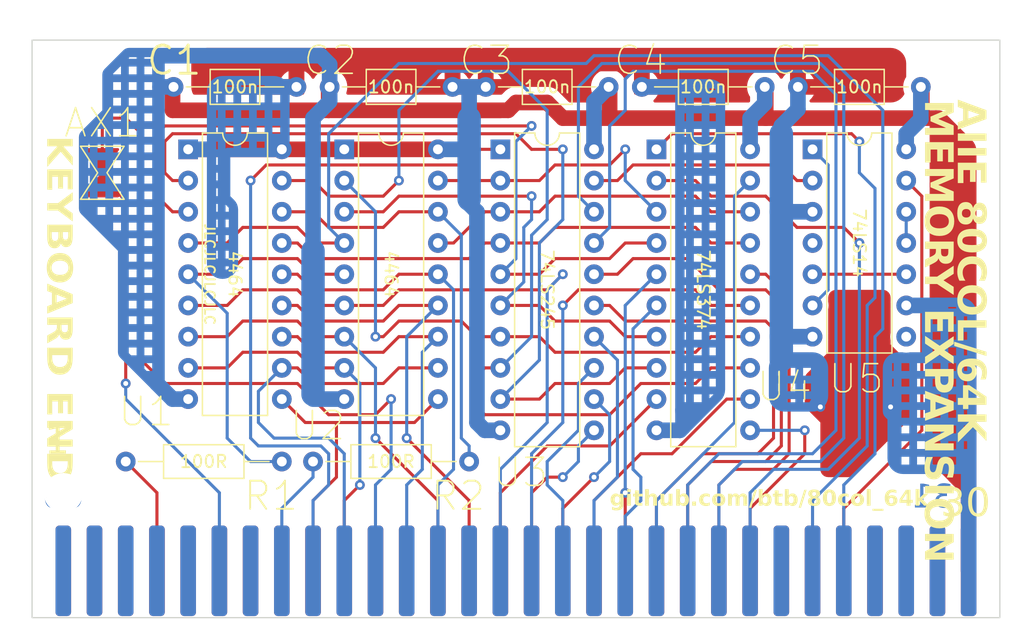
<source format=kicad_pcb>
(kicad_pcb (version 20221018) (generator pcbnew)
  (title_block (title "Apple IIe 80 column / 64k memory expansion") (date "2024-02-17") (rev "0") (company "Bradley Bell"))
  (layers (0 "F.Cu" signal) (31 "B.Cu" signal) (34 "B.Paste" user) (35 "F.Paste" user) (36 "B.SilkS" user "B.Silkscreen") (37 "F.SilkS" user "F.Silkscreen") (38 "B.Mask" user) (39 "F.Mask" user) (44 "Edge.Cuts" user))
  (net 0 "")
  (net 3 "VCC")
  (net 4 "GND")
  (net 29 "/~{RAS}")
  (net 30 "/~{CAS}")
  (net 31 "/RA0")
  (net 32 "/RA2")
  (net 33 "/RA3")
  (net 34 "/MD0")
  (net 35 "/~{FRCTXT}")
  (net 36 "/~{PRAS}")
  (net 37 "/Q3")
  (net 38 "/R{slash}~{W}")
  (net 40 "/RA7")
  (net 41 "/RA1")
  (net 42 "/RA4")
  (net 43 "/RA5")
  (net 44 "/VID7")
  (net 45 "/MD7")
  (net 46 "/MD6")
  (net 47 "/VID6")
  (net 48 "/VID5")
  (net 49 "/MD5")
  (net 50 "/MD4")
  (net 51 "/VID4")
  (net 52 "/PHI0")
  (net 53 "/~{EN80}")
  (net 54 "/R{slash}W80")
  (net 55 "/PHI1")
  (net 56 "/VID3")
  (net 57 "/MD3")
  (net 58 "/MD2")
  (net 59 "/VID2")
  (net 60 "/VID1")
  (net 61 "/MD1")
  (net 62 "/VID0")
  (net 63 "/RA6")
  (net 64 "/AN3")
  (net 65 "Net-(U3-CE)")
  (net 66 "Net-(U5-Pad1)")
  (net 67 "Net-(U5-Pad10)")
  (net 68 "Net-(U5-Pad11)")
  (net 69 "/BD7")
  (net 70 "/BD5")
  (net 71 "/BD4")
  (net 72 "/BD6")
  (net 73 "/BD0")
  (net 74 "/BD1")
  (net 75 "/BD2")
  (net 76 "/BD3")
  (footprint "Package_DIP:DIP-20_W7.62mm" (layer "F.Cu") (at 139.7 85.09)
    (fp_text reference "U3")
    (fp_text value "74LS245")
  )
  (footprint "MyPassives:R_Axial_DIN0207_L6.3mm_D2.5mm_P12.7mm_Horizontal" (layer "F.Cu") (at 109.22 110.49)
    (fp_text reference "R1")
    (fp_text value "100R")
  )
  (footprint "MyPassives:R_Axial_DIN0207_L6.3mm_D2.5mm_P12.7mm_Horizontal" (layer "F.Cu") (at 124.46 110.49)
    (fp_text reference "R2")
    (fp_text value "100R")
  )
  (footprint "Package_DIP:DIP-14_W7.62mm" (layer "F.Cu") (at 165.1 85.09)
    (fp_text reference "U5")
    (fp_text value "74LS14")
  )
  (footprint "Package_DIP:DIP-18_W7.62mm" (layer "F.Cu") (at 114.3 85.09)
    (fp_text reference "U1")
    (fp_text value "4464")
  )
  (footprint "MyPassives:SolderJumper-2_Bridged_Bowtie3.81x2.54.mm" (layer "F.Cu") (at 107.315 86.995 90)
    (fp_text reference "AX1")
    (fp_text value "Double HiRes")
  )
  (footprint "Capacitor_THT:C_Axial_L3.8mm_D2.6mm_P10.00mm_Horizontal" (layer "F.Cu") (at 173.91 80.01 180)
    (fp_text reference "C5")
    (fp_text value "100n")
  )
  (footprint "Package_DIP:DIP-18_W7.62mm" (layer "F.Cu") (at 127 85.09)
    (fp_text reference "U2")
    (fp_text value "4464")
  )
  (footprint "MountingHole:MountingHole_3.2mm_M3" (layer "F.Cu") (at 104.14 113.03)
    (fp_text reference "H3" hide)
    (fp_text value "MountingHole")
  )
  (footprint "Capacitor_THT:C_Axial_L3.8mm_D2.6mm_P10.00mm_Horizontal" (layer "F.Cu") (at 113.11 80.01)
    (fp_text reference "C1")
    (fp_text value "100n")
  )
  (footprint "MountingHole:MountingHole_3.2mm_M3" (layer "F.Cu") (at 177.165 78.74)
    (fp_text reference "H2" hide)
    (fp_text value "MountingHole")
  )
  (footprint "Capacitor_THT:C_Axial_L3.8mm_D2.6mm_P10.00mm_Horizontal" (layer "F.Cu") (at 125.81 80.01)
    (fp_text reference "C2")
    (fp_text value "100n")
  )
  (footprint "Capacitor_THT:C_Axial_L3.8mm_D2.6mm_P10.00mm_Horizontal" (layer "F.Cu") (at 161.21 80.01 180)
    (fp_text reference "C4")
    (fp_text value "100n")
  )
  (footprint "Capacitor_THT:C_Axial_L3.8mm_D2.6mm_P10.00mm_Horizontal" (layer "F.Cu") (at 148.51 80.01 180)
    (fp_text reference "C3")
    (fp_text value "100n")
  )
  (footprint "Package_DIP:DIP-20_W7.62mm" (layer "F.Cu") (at 152.4 85.09)
    (fp_text reference "U4")
    (fp_text value "74LS374")
  )
  (footprint "MyCardEdge:Apple IIe Auxiliary Edge Connector" (layer "F.Cu") (at 140.97 119.507)
    (fp_text reference "J1")
    (fp_text value "Conn_02x30_Counter_Clockwise" hide)
  )
  (footprint "MountingHole:MountingHole_3.2mm_M3" (layer "F.Cu") (at 104.14 78.74)
    (fp_text reference "H1")
    (fp_text value "MountingHole")
  )
  (gr_rect (start 101.6 76.2) (end 180.34 123.19) (stroke (width 0.1)) (fill none) (layer "Edge.Cuts"))
  (gr_text "github.com/btb/80col_64k" (at 148.59 114.3) (layer "F.SilkS") (effects (font (size 1.27 1.27) (thickness 0.3) bold) (justify left bottom)))
  (gr_text "MEMORY EXPANSION" (at 173.863 81.026 270) (layer "F.SilkS") (effects (font (size 2.286 2.286) (thickness 0.3) bold) (justify left bottom)))
  (gr_text "JLCJLCJLCJLC" (at 115.57 95.25 270) (layer "F.SilkS") (effects (font (size 0.8 0.8) (thickness 0.15) bold) (justify bottom)))
  (gr_text "AIIE 80COL/64K" (at 176.53 81.026 270) (layer "F.SilkS") (effects (font (size 2.286 2.286) (thickness 0.15) bold) (justify left bottom)))
  (gr_text "KEYBOARD END" (at 102.489 83.947 270) (layer "F.SilkS") (effects (font (size 2.032 2.286) (thickness 0.3) bold) (justify left bottom)))
  (segment (start 177.8 114.3) (end 177.8 112.776) (width 1.27) (layer "F.Cu") (net 3))
  (segment (start 148.59 82.55) (end 161.29 82.55) (width 1.27) (layer "F.Cu") (net 3))
  (segment (start 177.8 112.776) (end 176.657 111.633) (width 1.27) (layer "F.Cu") (net 3))
  (segment (start 148.59 82.55) (end 148.59 80.09) (width 1.27) (layer "F.Cu") (net 3))
  (segment (start 113.03 81.915) (end 125.73 81.915) (width 1.27) (layer "F.Cu") (net 3))
  (segment (start 125.73 81.915) (end 125.73 80.09) (width 1.27) (layer "F.Cu") (net 3))
  (segment (start 113.03 80.01) (end 113.03 81.915) (width 1.27) (layer "F.Cu") (net 3))
  (segment (start 144.78 82.55) (end 148.59 82.55) (width 1.27) (layer "F.Cu") (net 3))
  (segment (start 137.795 81.915) (end 139.7 81.915) (width 1.27) (layer "F.Cu") (net 3))
  (segment (start 113.11 80.01) (end 113.03 80.01) (width 1.27) (layer "F.Cu") (net 3))
  (segment (start 173.99 82.55) (end 173.99 80.09) (width 1.27) (layer "F.Cu") (net 3))
  (segment (start 173.99 80.09) (end 173.91 80.01) (width 1.27) (layer "F.Cu") (net 3))
  (segment (start 161.29 82.55) (end 173.99 82.55) (width 1.27) (layer "F.Cu") (net 3))
  (segment (start 140.97 81.28) (end 143.51 81.28) (width 1.27) (layer "F.Cu") (net 3))
  (segment (start 125.73 80.09) (end 125.81 80.01) (width 1.27) (layer "F.Cu") (net 3))
  (segment (start 161.29 82.55) (end 161.29 80.09) (width 1.27) (layer "F.Cu") (net 3))
  (segment (start 143.51 81.28) (end 144.78 82.55) (width 1.27) (layer "F.Cu") (net 3))
  (segment (start 125.73 81.915) (end 137.795 81.915) (width 1.27) (layer "F.Cu") (net 3))
  (segment (start 177.8 119.38) (end 177.8 114.3) (width 1.27) (layer "F.Cu") (net 3))
  (segment (start 161.29 80.09) (end 161.21 80.01) (width 1.27) (layer "F.Cu") (net 3))
  (segment (start 177.8 114.3) (end 177.8 111.76) (width 1.27) (layer "F.Cu") (net 3))
  (segment (start 137.795 81.915) (end 140.335 81.915) (width 1.27) (layer "F.Cu") (net 3))
  (segment (start 140.335 81.915) (end 140.97 81.28) (width 1.27) (layer "F.Cu") (net 3))
  (segment (start 148.59 80.09) (end 148.51 80.01) (width 1.27) (layer "F.Cu") (net 3))
  (segment (start 173.99 82.55) (end 175.387 82.55) (width 1.27) (layer "F.Cu") (net 3))
  (segment (start 173.91 80.01) (end 173.91 82.63) (width 1.27) (layer "B.Cu") (net 3))
  (segment (start 161.21 80.01) (end 161.21 81.36) (width 1.27) (layer "B.Cu") (net 3))
  (segment (start 148.51 80.01) (end 147.32 81.2) (width 1.27) (layer "B.Cu") (net 3))
  (segment (start 147.32 81.2) (end 147.32 85.09) (width 1.27) (layer "B.Cu") (net 3))
  (segment (start 114.3 105.41) (end 113.03 105.41) (width 1.27) (layer "B.Cu") (net 3))
  (segment (start 127 105.41) (end 124.46 105.41) (width 1.27) (layer "B.Cu") (net 3))
  (segment (start 113.03 105.41) (end 111.76 104.14) (width 1.27) (layer "B.Cu") (net 3))
  (segment (start 125.095 77.47) (end 112.014 77.47) (width 1.27) (layer "B.Cu") (net 3))
  (segment (start 124.46 82.55) (end 125.81 81.2) (width 1.27) (layer "B.Cu") (net 3))
  (segment (start 113.11 80.01) (end 112.014 80.01) (width 1.27) (layer "B.Cu") (net 3))
  (segment (start 125.81 78.185) (end 125.095 77.47) (width 1.27) (layer "B.Cu") (net 3))
  (segment (start 124.46 105.029) (end 124.46 93.345) (width 1.905) (layer "B.Cu") (net 3))
  (segment (start 160.02 82.55) (end 160.02 85.09) (width 1.27) (layer "B.Cu") (net 3))
  (segment (start 125.81 81.2) (end 125.81 80.01) (width 1.27) (layer "B.Cu") (net 3))
  (segment (start 172.72 83.82) (end 172.72 85.09) (width 1.27) (layer "B.Cu") (net 3))
  (segment (start 124.46 93.345) (end 124.46 82.55) (width 1.27) (layer "B.Cu") (net 3))
  (segment (start 161.21 81.36) (end 160.02 82.55) (width 1.27) (layer "B.Cu") (net 3))
  (segment (start 125.81 80.01) (end 125.81 78.185) (width 1.27) (layer "B.Cu") (net 3))
  (segment (start 173.91 82.63) (end 172.72 83.82) (width 1.27) (layer "B.Cu") (net 3))
  (segment (start 135.81 80.01) (end 135.81 78.185) (width 1.27) (layer "F.Cu") (net 4))
  (segment (start 138.51 78.185) (end 138.43 78.105) (width 1.27) (layer "F.Cu") (net 4))
  (segment (start 121.92 85.09) (end 127 85.09) (width 1.27) (layer "F.Cu") (net 4))
  (segment (start 163.91 78.185) (end 163.91 80.01) (width 1.27) (layer "F.Cu") (net 4))
  (segment (start 123.11 78.185) (end 123.19 78.105) (width 1.27) (layer "F.Cu") (net 4))
  (segment (start 121.92 85.09) (end 114.3 85.09) (width 1.27) (layer "F.Cu") (net 4))
  (segment (start 151.21 78.185) (end 151.13 78.105) (width 1.27) (layer "F.Cu") (net 4))
  (segment (start 135.89 78.105) (end 138.43 78.105) (width 1.27) (layer "F.Cu") (net 4))
  (segment (start 163.83 78.105) (end 163.91 78.185) (width 1.27) (layer "F.Cu") (net 4))
  (segment (start 138.43 78.105) (end 151.13 78.105) (width 1.27) (layer "F.Cu") (net 4))
  (segment (start 135.81 78.185) (end 135.89 78.105) (width 1.27) (layer "F.Cu") (net 4))
  (segment (start 151.13 78.105) (end 163.83 78.105) (width 1.27) (layer "F.Cu") (net 4))
  (segment (start 123.19 78.105) (end 135.89 78.105) (width 1.27) (layer "F.Cu") (net 4))
  (segment (start 151.21 80.01) (end 151.21 78.185) (width 1.27) (layer "F.Cu") (net 4))
  (segment (start 123.11 80.01) (end 123.11 78.185) (width 1.27) (layer "F.Cu") (net 4))
  (segment (start 138.51 80.01) (end 138.51 78.185) (width 1.27) (layer "F.Cu") (net 4))
  (segment (start 127 85.09) (end 134.62 85.09) (width 1.27) (layer "F.Cu") (net 4))
  (via (at 165.735 106.045) (size 0.8) (drill 0.4) (layers "F.Cu" "B.Cu") (net 4))
  (via (at 171.45 106.045) (size 0.8) (drill 0.4) (layers "F.Cu" "B.Cu") (net 4))
  (segment (start 137.795 90.17) (end 137.795 107.315) (width 1.27) (layer "B.Cu") (net 4))
  (segment (start 154.305 107.95) (end 154.559 107.696) (width 1.27) (layer "B.Cu") (net 4))
  (segment (start 177.8 119.38) (end 177.8 110.109) (width 1.27) (layer "B.Cu") (net 4))
  (segment (start 154.559 107.696) (end 154.559 106.299) (width 1.27) (layer "B.Cu") (net 4))
  (segment (start 114.3 85.09) (end 115.951 85.09) (width 1.27) (layer "B.Cu") (net 4))
  (segment (start 137.16 89.154) (end 137.16 85.09) (width 1.905) (layer "B.Cu") (net 4))
  (segment (start 165.1 100.33) (end 162.56 100.33) (width 1.27) (layer "B.Cu") (net 4))
  (segment (start 152.4 107.95) (end 154.305 107.95) (width 1.27) (layer "B.Cu") (net 4))
  (segment (start 137.16 85.09) (end 137.16 82.55) (width 1.905) (layer "B.Cu") (net 4))
  (segment (start 137.16 89.535) (end 137.795 90.17) (width 1.27) (layer "B.Cu") (net 4))
  (segment (start 154.305 107.95) (end 155.575 106.68) (width 1.27) (layer "B.Cu") (net 4))
  (segment (start 137.16 80.01) (end 138.51 80.01) (width 1.27) (layer "B.Cu") (net 4))
  (segment (start 137.16 80.01) (end 135.81 80.01) (width 1.27) (layer "B.Cu") (net 4))
  (segment (start 134.62 85.09) (end 137.16 85.09) (width 1.27) (layer "B.Cu") (net 4))
  (segment (start 162.56 83.185) (end 162.56 83.82) (width 1.27) (layer "B.Cu") (net 4))
  (segment (start 163.91 81.835) (end 162.56 83.185) (width 1.27) (layer "B.Cu") (net 4))
  (segment (start 123.11 80.01) (end 121.285 80.01) (width 1.27) (layer "B.Cu") (net 4))
  (segment (start 165.1 90.17) (end 162.56 90.17) (width 1.27) (layer "B.Cu") (net 4))
  (segment (start 162.56 100.33) (end 162.56 90.17) (width 1.905) (layer "B.Cu") (net 4))
  (segment (start 163.91 80.01) (end 163.91 81.835) (width 1.27) (layer "B.Cu") (net 4))
  (segment (start 172.72 97.79) (end 175.26 97.79) (width 1.27) (layer "B.Cu") (net 4))
  (segment (start 162.56 100.33) (end 162.56 102.235) (width 1.905) (layer "B.Cu") (net 4))
  (segment (start 137.16 82.55) (end 137.16 80.01) (width 1.27) (layer "B.Cu") (net 4))
  (segment (start 138.43 107.95) (end 139.7 107.95) (width 1.27) (layer "B.Cu") (net 4))
  (segment (start 162.56 90.17) (end 162.56 83.82) (width 1.905) (layer "B.Cu") (net 4))
  (segment (start 137.795 107.315) (end 138.43 107.95) (width 1.27) (layer "B.Cu") (net 4))
  (segment (start 137.16 89.154) (end 137.16 89.535) (width 1.27) (layer "B.Cu") (net 4))
  (segment (start 151.21 80.01) (end 155.575 80.01) (width 1.27) (layer "B.Cu") (net 4))
  (segment (start 118.745 93.98) (end 117.475 95.25) (width 0.25) (layer "F.Cu") (net 29))
  (segment (start 127 95.25) (end 124.46 95.25) (width 0.25) (layer "F.Cu") (net 29))
  (segment (start 117.475 95.25) (end 114.3 95.25) (width 0.25) (layer "F.Cu") (net 29))
  (segment (start 123.19 93.98) (end 118.745 93.98) (width 0.25) (layer "F.Cu") (net 29))
  (segment (start 124.46 95.25) (end 123.19 93.98) (width 0.25) (layer "F.Cu") (net 29))
  (segment (start 114.3 95.25) (end 117.475 98.425) (width 0.25) (layer "B.Cu") (net 29))
  (segment (start 117.475 98.425) (end 117.475 108.585) (width 0.25) (layer "B.Cu") (net 29))
  (segment (start 119.38 110.49) (end 121.92 110.49) (width 0.25) (layer "B.Cu") (net 29))
  (segment (start 117.475 108.585) (end 119.38 110.49) (width 0.25) (layer "B.Cu") (net 29))
  (segment (start 131.445 90.17) (end 134.62 90.17) (width 0.25) (layer "F.Cu") (net 30))
  (segment (start 121.92 90.17) (end 124.46 90.17) (width 0.25) (layer "F.Cu") (net 30))
  (segment (start 130.175 91.44) (end 131.445 90.17) (width 0.25) (layer "F.Cu") (net 30))
  (segment (start 125.73 91.44) (end 130.175 91.44) (width 0.25) (layer "F.Cu") (net 30))
  (segment (start 124.46 90.17) (end 125.73 91.44) (width 0.25) (layer "F.Cu") (net 30))
  (segment (start 136.525 108.585) (end 137.16 109.22) (width 0.25) (layer "B.Cu") (net 30))
  (segment (start 134.62 90.17) (end 136.525 92.075) (width 0.25) (layer "B.Cu") (net 30))
  (segment (start 137.16 109.22) (end 137.16 110.49) (width 0.25) (layer "B.Cu") (net 30))
  (segment (start 136.525 92.075) (end 136.525 108.585) (width 0.25) (layer "B.Cu") (net 30))
  (segment (start 124.46 104.14) (end 130.175 104.14) (width 0.25) (layer "F.Cu") (net 31))
  (segment (start 130.175 104.14) (end 131.445 102.87) (width 0.25) (layer "F.Cu") (net 31))
  (segment (start 123.19 102.87) (end 124.46 104.14) (width 0.25) (layer "F.Cu") (net 31))
  (segment (start 121.92 102.87) (end 123.19 102.87) (width 0.25) (layer "F.Cu") (net 31))
  (segment (start 131.445 102.87) (end 134.62 102.87) (width 0.25) (layer "F.Cu") (net 31))
  (segment (start 120.015 104.775) (end 120.015 107.315) (width 0.25) (layer "B.Cu") (net 31))
  (segment (start 125.73 108.585) (end 127 109.855) (width 0.25) (layer "B.Cu") (net 31))
  (segment (start 121.92 102.87) (end 120.015 104.775) (width 0.25) (layer "B.Cu") (net 31))
  (segment (start 127 109.855) (end 127 119.38) (width 0.25) (layer "B.Cu") (net 31))
  (segment (start 120.015 107.315) (end 121.285 108.585) (width 0.25) (layer "B.Cu") (net 31))
  (segment (start 121.285 108.585) (end 125.73 108.585) (width 0.25) (layer "B.Cu") (net 31))
  (segment (start 123.19 100.33) (end 124.46 101.6) (width 0.25) (layer "F.Cu") (net 32))
  (segment (start 131.445 100.33) (end 134.62 100.33) (width 0.25) (layer "F.Cu") (net 32))
  (segment (start 121.92 100.33) (end 123.19 100.33) (width 0.25) (layer "F.Cu") (net 32))
  (segment (start 124.46 101.6) (end 130.175 101.6) (width 0.25) (layer "F.Cu") (net 32))
  (segment (start 130.175 101.6) (end 131.445 100.33) (width 0.25) (layer "F.Cu") (net 32))
  (segment (start 132.08 112.395) (end 132.08 119.38) (width 0.25) (layer "B.Cu") (net 32))
  (segment (start 134.62 100.33) (end 133.35 101.6) (width 0.25) (layer "B.Cu") (net 32))
  (segment (start 133.35 101.6) (end 133.35 111.125) (width 0.25) (layer "B.Cu") (net 32))
  (segment (start 133.35 111.125) (end 132.08 112.395) (width 0.25) (layer "B.Cu") (net 32))
  (segment (start 130.175 96.52) (end 124.46 96.52) (width 0.25) (layer "F.Cu") (net 33))
  (segment (start 131.445 95.25) (end 130.175 96.52) (width 0.25) (layer "F.Cu") (net 33))
  (segment (start 123.19 95.25) (end 121.92 95.25) (width 0.25) (layer "F.Cu") (net 33))
  (segment (start 134.62 95.25) (end 131.445 95.25) (width 0.25) (layer "F.Cu") (net 33))
  (segment (start 124.46 96.52) (end 123.19 95.25) (width 0.25) (layer "F.Cu") (net 33))
  (segment (start 135.89 111.125) (end 134.62 112.395) (width 0.25) (layer "B.Cu") (net 33))
  (segment (start 135.89 96.52) (end 135.89 111.125) (width 0.25) (layer "B.Cu") (net 33))
  (segment (start 134.62 112.395) (end 134.62 119.38) (width 0.25) (layer "B.Cu") (net 33))
  (segment (start 134.62 95.25) (end 135.89 96.52) (width 0.25) (layer "B.Cu") (net 33))
  (segment (start 143.51 112.395) (end 144.78 113.665) (width 0.25) (layer "B.Cu") (net 34))
  (segment (start 146.05 104.14) (end 146.05 107.95) (width 0.25) (layer "B.Cu") (net 34))
  (segment (start 147.32 102.87) (end 146.05 104.14) (width 0.25) (layer "B.Cu") (net 34))
  (segment (start 143.51 110.49) (end 143.51 112.395) (width 0.25) (layer "B.Cu") (net 34))
  (segment (start 144.78 113.665) (end 144.78 119.38) (width 0.25) (layer "B.Cu") (net 34))
  (segment (start 146.05 107.95) (end 143.51 110.49) (width 0.25) (layer "B.Cu") (net 34))
  (segment (start 109.22 89.281) (end 107.95 88.011) (width 0.25) (layer "F.Cu") (net 35))
  (segment (start 109.22 104.14) (end 109.22 89.281) (width 0.25) (layer "F.Cu") (net 35))
  (via (at 109.22 104.14) (size 0.8) (drill 0.4) (layers "F.Cu" "B.Cu") (net 35))
  (segment (start 109.22 105.41) (end 109.22 104.14) (width 0.25) (layer "B.Cu") (net 35))
  (segment (start 116.84 113.03) (end 109.22 105.41) (width 0.25) (layer "B.Cu") (net 35))
  (segment (start 116.84 119.38) (end 116.84 113.03) (width 0.25) (layer "B.Cu") (net 35))
  (segment (start 109.22 110.49) (end 111.76 113.03) (width 0.25) (layer "F.Cu") (net 36))
  (segment (start 111.76 113.03) (end 111.76 118.11) (width 0.25) (layer "F.Cu") (net 36))
  (segment (start 121.92 114.3) (end 124.46 111.76) (width 0.25) (layer "B.Cu") (net 37))
  (segment (start 124.46 111.76) (end 124.46 110.49) (width 0.25) (layer "B.Cu") (net 37))
  (segment (start 121.92 119.38) (end 121.92 114.3) (width 0.25) (layer "B.Cu") (net 37))
  (segment (start 120.65 86.36) (end 119.38 87.63) (width 0.25) (layer "F.Cu") (net 38))
  (segment (start 136.525 86.36) (end 120.65 86.36) (width 0.25) (layer "F.Cu") (net 38))
  (segment (start 139.7 85.09) (end 137.795 85.09) (width 0.25) (layer "F.Cu") (net 38))
  (segment (start 137.795 85.09) (end 136.525 86.36) (width 0.25) (layer "F.Cu") (net 38))
  (via (at 119.38 87.63) (size 0.8) (drill 0.4) (layers "F.Cu" "B.Cu") (net 38))
  (segment (start 125.095 109.22) (end 120.015 109.22) (width 0.25) (layer "B.Cu") (net 38))
  (segment (start 120.015 109.22) (end 119.38 108.585) (width 0.25) (layer "B.Cu") (net 38))
  (segment (start 119.38 108.585) (end 119.38 87.63) (width 0.25) (layer "B.Cu") (net 38))
  (segment (start 124.46 113.665) (end 125.73 112.395) (width 0.25) (layer "B.Cu") (net 38))
  (segment (start 125.73 109.855) (end 125.095 109.22) (width 0.25) (layer "B.Cu") (net 38))
  (segment (start 125.73 112.395) (end 125.73 109.855) (width 0.25) (layer "B.Cu") (net 38))
  (segment (start 124.46 119.38) (end 124.46 113.665) (width 0.25) (layer "B.Cu") (net 38))
  (segment (start 124.46 113.665) (end 124.46 118.11) (width 0.25) (layer "F.Cu") (net 40))
  (segment (start 126.365 107.315) (end 126.365 111.76) (width 0.25) (layer "F.Cu") (net 40))
  (segment (start 126.365 111.76) (end 124.46 113.665) (width 0.25) (layer "F.Cu") (net 40))
  (segment (start 126.365 107.315) (end 123.825 107.315) (width 0.25) (layer "F.Cu") (net 40))
  (segment (start 134.62 105.41) (end 132.715 107.315) (width 0.25) (layer "F.Cu") (net 40))
  (segment (start 132.715 107.315) (end 126.365 107.315) (width 0.25) (layer "F.Cu") (net 40))
  (segment (start 123.825 107.315) (end 121.92 105.41) (width 0.25) (layer "F.Cu") (net 40))
  (segment (start 123.19 101.6) (end 124.46 102.87) (width 0.25) (layer "F.Cu") (net 41))
  (segment (start 124.46 102.87) (end 127 102.87) (width 0.25) (layer "F.Cu") (net 41))
  (segment (start 114.3 102.87) (end 117.475 102.87) (width 0.25) (layer "F.Cu") (net 41))
  (segment (start 118.745 101.6) (end 123.19 101.6) (width 0.25) (layer "F.Cu") (net 41))
  (segment (start 117.475 102.87) (end 118.745 101.6) (width 0.25) (layer "F.Cu") (net 41))
  (segment (start 127 113.665) (end 128.27 112.395) (width 0.25) (layer "F.Cu") (net 41))
  (segment (start 127 118.11) (end 127 113.665) (width 0.25) (layer "F.Cu") (net 41))
  (via (at 128.27 112.395) (size 0.8) (drill 0.4) (layers "F.Cu" "B.Cu") (net 41))
  (segment (start 127 102.87) (end 128.27 104.14) (width 0.25) (layer "B.Cu") (net 41))
  (segment (start 128.27 104.14) (end 128.27 112.395) (width 0.25) (layer "B.Cu") (net 41))
  (segment (start 117.475 100.33) (end 118.745 99.06) (width 0.25) (layer "F.Cu") (net 42))
  (segment (start 123.19 99.06) (end 124.46 100.33) (width 0.25) (layer "F.Cu") (net 42))
  (segment (start 134.62 118.618) (end 134.62 113.665) (width 0.25) (layer "F.Cu") (net 42))
  (segment (start 114.3 100.33) (end 117.475 100.33) (width 0.25) (layer "F.Cu") (net 42))
  (segment (start 134.62 113.665) (end 129.54 108.585) (width 0.25) (layer "F.Cu") (net 42))
  (segment (start 118.745 99.06) (end 123.19 99.06) (width 0.25) (layer "F.Cu") (net 42))
  (segment (start 124.46 100.33) (end 127 100.33) (width 0.25) (layer "F.Cu") (net 42))
  (via (at 129.54 108.585) (size 0.8) (drill 0.4) (layers "F.Cu" "B.Cu") (net 42))
  (segment (start 127 100.33) (end 129.54 102.87) (width 0.25) (layer "B.Cu") (net 42))
  (segment (start 129.54 102.87) (end 129.54 108.585) (width 0.25) (layer "B.Cu") (net 42))
  (segment (start 134.62 97.79) (end 131.445 97.79) (width 0.25) (layer "F.Cu") (net 43))
  (segment (start 123.19 97.79) (end 121.92 97.79) (width 0.25) (layer "F.Cu") (net 43))
  (segment (start 124.46 99.06) (end 123.19 97.79) (width 0.25) (layer "F.Cu") (net 43))
  (segment (start 131.445 97.79) (end 130.175 99.06) (width 0.25) (layer "F.Cu") (net 43))
  (segment (start 130.175 99.06) (end 124.46 99.06) (width 0.25) (layer "F.Cu") (net 43))
  (segment (start 137.16 118.618) (end 137.16 113.665) (width 0.25) (layer "F.Cu") (net 43))
  (segment (start 137.16 113.665) (end 132.08 108.585) (width 0.25) (layer "F.Cu") (net 43))
  (via (at 132.08 108.585) (size 0.8) (drill 0.4) (layers "F.Cu" "B.Cu") (net 43))
  (segment (start 132.08 100.33) (end 132.08 108.585) (width 0.25) (layer "B.Cu") (net 43))
  (segment (start 134.62 97.79) (end 132.08 100.33) (width 0.25) (layer "B.Cu") (net 43))
  (segment (start 152.4 105.41) (end 148.59 109.22) (width 0.25) (layer "F.Cu") (net 44))
  (segment (start 148.59 109.22) (end 143.51 109.22) (width 0.25) (layer "F.Cu") (net 44))
  (segment (start 143.51 109.22) (end 139.7 113.03) (width 0.25) (layer "F.Cu") (net 44))
  (segment (start 139.7 113.03) (end 139.7 118.11) (width 0.25) (layer "F.Cu") (net 44))
  (segment (start 143.51 111.76) (end 144.78 111.76) (width 0.25) (layer "F.Cu") (net 45))
  (segment (start 142.24 118.11) (end 142.24 113.03) (width 0.25) (layer "F.Cu") (net 45))
  (segment (start 142.24 113.03) (end 143.51 111.76) (width 0.25) (layer "F.Cu") (net 45))
  (via (at 144.78 111.76) (size 0.8) (drill 0.4) (layers "F.Cu" "B.Cu") (net 45))
  (segment (start 146.05 110.49) (end 146.05 109.22) (width 0.25) (layer "B.Cu") (net 45))
  (segment (start 144.78 111.76) (end 146.05 110.49) (width 0.25) (layer "B.Cu") (net 45))
  (segment (start 146.05 109.22) (end 147.32 107.95) (width 0.25) (layer "B.Cu") (net 45))
  (segment (start 144.78 118.11) (end 144.78 114.3) (width 0.25) (layer "F.Cu") (net 46))
  (segment (start 144.78 114.3) (end 147.32 111.76) (width 0.25) (layer "F.Cu") (net 46))
  (via (at 147.32 111.76) (size 0.8) (drill 0.4) (layers "F.Cu" "B.Cu") (net 46))
  (segment (start 148.59 106.68) (end 148.59 110.49) (width 0.25) (layer "B.Cu") (net 46))
  (segment (start 147.32 105.41) (end 148.59 106.68) (width 0.25) (layer "B.Cu") (net 46))
  (segment (start 148.59 110.49) (end 147.32 111.76) (width 0.25) (layer "B.Cu") (net 46))
  (segment (start 153.67 109.855) (end 158.115 105.41) (width 0.25) (layer "F.Cu") (net 47))
  (segment (start 147.32 118.618) (end 147.32 113.665) (width 0.25) (layer "F.Cu") (net 47))
  (segment (start 158.115 105.41) (end 160.02 105.41) (width 0.25) (layer "F.Cu") (net 47))
  (segment (start 151.13 109.855) (end 153.67 109.855) (width 0.25) (layer "F.Cu") (net 47))
  (segment (start 147.32 113.665) (end 151.13 109.855) (width 0.25) (layer "F.Cu") (net 47))
  (segment (start 149.86 118.618) (end 149.86 113.03) (width 0.25) (layer "F.Cu") (net 48))
  (via (at 149.86 113.03) (size 0.8) (drill 0.4) (layers "F.Cu" "B.Cu") (net 48))
  (segment (start 152.4 95.25) (end 149.86 97.79) (width 0.25) (layer "B.Cu") (net 48))
  (segment (start 149.86 97.79) (end 149.86 113.03) (width 0.25) (layer "B.Cu") (net 48))
  (segment (start 148.59 97.79) (end 147.32 97.79) (width 0.25) (layer "F.Cu") (net 49))
  (segment (start 156.21 109.855) (end 160.655 109.855) (width 0.25) (layer "F.Cu") (net 49))
  (segment (start 161.29 99.06) (end 149.86 99.06) (width 0.25) (layer "F.Cu") (net 49))
  (segment (start 160.655 109.855) (end 161.925 108.585) (width 0.25) (layer "F.Cu") (net 49))
  (segment (start 152.4 118.618) (end 152.4 113.665) (width 0.25) (layer "F.Cu") (net 49))
  (segment (start 161.925 108.585) (end 161.925 99.695) (width 0.25) (layer "F.Cu") (net 49))
  (segment (start 161.925 99.695) (end 161.29 99.06) (width 0.25) (layer "F.Cu") (net 49))
  (segment (start 149.86 99.06) (end 148.59 97.79) (width 0.25) (layer "F.Cu") (net 49))
  (segment (start 152.4 113.665) (end 156.21 109.855) (width 0.25) (layer "F.Cu") (net 49))
  (segment (start 161.29 110.49) (end 162.56 109.22) (width 0.25) (layer "F.Cu") (net 50))
  (segment (start 157.48 96.52) (end 154.94 93.98) (width 0.25) (layer "F.Cu") (net 50))
  (segment (start 162.56 109.22) (end 162.56 97.79) (width 0.25) (layer "F.Cu") (net 50))
  (segment (start 161.29 96.52) (end 157.48 96.52) (width 0.25) (layer "F.Cu") (net 50))
  (segment (start 154.94 112.395) (end 156.845 110.49) (width 0.25) (layer "F.Cu") (net 50))
  (segment (start 149.225 95.25) (end 147.32 95.25) (width 0.25) (layer "F.Cu") (net 50))
  (segment (start 154.94 93.98) (end 150.495 93.98) (width 0.25) (layer "F.Cu") (net 50))
  (segment (start 162.56 97.79) (end 161.29 96.52) (width 0.25) (layer "F.Cu") (net 50))
  (segment (start 154.94 118.618) (end 154.94 112.395) (width 0.25) (layer "F.Cu") (net 50))
  (segment (start 156.845 110.49) (end 161.29 110.49) (width 0.25) (layer "F.Cu") (net 50))
  (segment (start 150.495 93.98) (end 149.225 95.25) (width 0.25) (layer "F.Cu") (net 50))
  (segment (start 161.29 95.25) (end 160.02 95.25) (width 0.25) (layer "F.Cu") (net 51))
  (segment (start 158.75 111.125) (end 161.925 111.125) (width 0.25) (layer "F.Cu") (net 51))
  (segment (start 163.195 97.155) (end 161.29 95.25) (width 0.25) (layer "F.Cu") (net 51))
  (segment (start 161.925 111.125) (end 163.195 109.855) (width 0.25) (layer "F.Cu") (net 51))
  (segment (start 157.48 112.395) (end 158.75 111.125) (width 0.25) (layer "F.Cu") (net 51))
  (segment (start 163.195 109.855) (end 163.195 97.155) (width 0.25) (layer "F.Cu") (net 51))
  (segment (start 157.48 118.618) (end 157.48 112.395) (width 0.25) (layer "F.Cu") (net 51))
  (segment (start 160.02 114.3) (end 164.465 109.855) (width 0.25) (layer "F.Cu") (net 52))
  (segment (start 160.02 118.618) (end 160.02 114.3) (width 0.25) (layer "F.Cu") (net 52))
  (segment (start 164.465 109.855) (end 164.465 107.95) (width 0.25) (layer "F.Cu") (net 52))
  (via (at 164.465 107.95) (size 0.8) (drill 0.4) (layers "F.Cu" "B.Cu") (net 52))
  (segment (start 160.02 107.95) (end 164.465 107.95) (width 0.25) (layer "B.Cu") (net 52))
  (segment (start 167.64 114.3) (end 173.99 107.95) (width 0.25) (layer "F.Cu") (net 53))
  (segment (start 167.64 118.618) (end 167.64 114.3) (width 0.25) (layer "F.Cu") (net 53))
  (segment (start 173.99 107.95) (end 173.99 88.9) (width 0.25) (layer "F.Cu") (net 53))
  (segment (start 173.99 88.9) (end 172.72 87.63) (width 0.25) (layer "F.Cu") (net 53))
  (segment (start 117.475 92.71) (end 114.3 92.71) (width 0.25) (layer "F.Cu") (net 54))
  (segment (start 118.745 91.44) (end 117.475 92.71) (width 0.25) (layer "F.Cu") (net 54))
  (segment (start 124.46 92.71) (end 123.19 91.44) (width 0.25) (layer "F.Cu") (net 54))
  (segment (start 127 92.71) (end 124.46 92.71) (width 0.25) (layer "F.Cu") (net 54))
  (segment (start 123.19 91.44) (end 118.745 91.44) (width 0.25) (layer "F.Cu") (net 54))
  (segment (start 170.18 109.855) (end 167.64 112.395) (width 0.25) (layer "B.Cu") (net 54))
  (segment (start 166.37 77.47) (end 170.815 81.915) (width 0.25) (layer "B.Cu") (net 54))
  (segment (start 131.445 78.105) (end 146.685 78.105) (width 0.25) (layer "B.Cu") (net 54))
  (segment (start 125.73 91.44) (end 125.73 83.82) (width 0.25) (layer "B.Cu") (net 54))
  (segment (start 146.685 78.105) (end 147.32 77.47) (width 0.25) (layer "B.Cu") (net 54))
  (segment (start 147.32 77.47) (end 166.37 77.47) (width 0.25) (layer "B.Cu") (net 54))
  (segment (start 170.815 81.915) (end 170.815 99.695) (width 0.25) (layer "B.Cu") (net 54))
  (segment (start 125.73 83.82) (end 131.445 78.105) (width 0.25) (layer "B.Cu") (net 54))
  (segment (start 170.815 99.695) (end 170.18 100.33) (width 0.25) (layer "B.Cu") (net 54))
  (segment (start 127 92.71) (end 125.73 91.44) (width 0.25) (layer "B.Cu") (net 54))
  (segment (start 167.64 112.395) (end 167.64 119.38) (width 0.25) (layer "B.Cu") (net 54))
  (segment (start 170.18 100.33) (end 170.18 109.855) (width 0.25) (layer "B.Cu") (net 54))
  (segment (start 152.4 85.09) (end 153.67 83.82) (width 0.25) (layer "F.Cu") (net 55))
  (segment (start 153.67 83.82) (end 168.275 83.82) (width 0.25) (layer "F.Cu") (net 55))
  (segment (start 168.275 83.82) (end 168.91 84.455) (width 0.25) (layer "F.Cu") (net 55))
  (via (at 168.91 84.455) (size 0.8) (drill 0.4) (layers "F.Cu" "B.Cu") (net 55))
  (segment (start 168.91 86.995) (end 168.91 84.455) (width 0.25) (layer "B.Cu") (net 55))
  (segment (start 170.18 88.265) (end 168.91 86.995) (width 0.25) (layer "B.Cu") (net 55))
  (segment (start 169.545 109.22) (end 169.545 97.79) (width 0.25) (layer "B.Cu") (net 55))
  (segment (start 169.545 97.79) (end 170.18 97.155) (width 0.25) (layer "B.Cu") (net 55))
  (segment (start 170.18 97.155) (end 170.18 88.265) (width 0.25) (layer "B.Cu") (net 55))
  (segment (start 165.1 113.665) (end 169.545 109.22) (width 0.25) (layer "B.Cu") (net 55))
  (segment (start 165.1 119.38) (end 165.1 113.665) (width 0.25) (layer "B.Cu") (net 55))
  (segment (start 155.575 87.63) (end 156.845 88.9) (width 0.25) (layer "F.Cu") (net 56))
  (segment (start 156.845 88.9) (end 161.29 88.9) (width 0.25) (layer "F.Cu") (net 56))
  (segment (start 152.4 87.63) (end 155.575 87.63) (width 0.25) (layer "F.Cu") (net 56))
  (segment (start 161.29 88.9) (end 163.83 91.44) (width 0.25) (layer "F.Cu") (net 56))
  (segment (start 163.83 91.44) (end 167.64 91.44) (width 0.25) (layer "F.Cu") (net 56))
  (segment (start 167.64 91.44) (end 168.91 92.71) (width 0.25) (layer "F.Cu") (net 56))
  (via (at 168.91 92.71) (size 0.8) (drill 0.4) (layers "F.Cu" "B.Cu") (net 56))
  (segment (start 160.02 113.03) (end 161.925 111.125) (width 0.25) (layer "B.Cu") (net 56))
  (segment (start 161.925 111.125) (end 166.37 111.125) (width 0.25) (layer "B.Cu") (net 56))
  (segment (start 160.02 119.38) (end 160.02 113.03) (width 0.25) (layer "B.Cu") (net 56))
  (segment (start 166.37 111.125) (end 168.91 108.585) (width 0.25) (layer "B.Cu") (net 56))
  (segment (start 168.91 108.585) (end 168.91 92.71) (width 0.25) (layer "B.Cu") (net 56))
  (segment (start 147.955 78.105) (end 165.733604 78.105) (width 0.25) (layer "B.Cu") (net 57))
  (segment (start 146.05 88.9) (end 146.05 80.01) (width 0.25) (layer "B.Cu") (net 57))
  (segment (start 165.735 110.49) (end 159.385 110.49) (width 0.25) (layer "B.Cu") (net 57))
  (segment (start 165.733604 78.105) (end 167.64 80.011396) (width 0.25) (layer "B.Cu") (net 57))
  (segment (start 159.385 110.49) (end 157.48 112.395) (width 0.25) (layer "B.Cu") (net 57))
  (segment (start 167.64 108.585) (end 165.735 110.49) (width 0.25) (layer "B.Cu") (net 57))
  (segment (start 147.32 90.17) (end 146.05 88.9) (width 0.25) (layer "B.Cu") (net 57))
  (segment (start 157.48 112.395) (end 157.48 119.38) (width 0.25) (layer "B.Cu") (net 57))
  (segment (start 167.64 80.011396) (end 167.64 108.585) (width 0.25) (layer "B.Cu") (net 57))
  (segment (start 146.05 80.01) (end 147.955 78.105) (width 0.25) (layer "B.Cu") (net 57))
  (segment (start 165.1 109.855) (end 167.005 107.95) (width 0.25) (layer "B.Cu") (net 58))
  (segment (start 148.59 91.44) (end 147.32 92.71) (width 0.25) (layer "B.Cu") (net 58))
  (segment (start 165.1 78.74) (end 150.495 78.74) (width 0.25) (layer "B.Cu") (net 58))
  (segment (start 167.005 107.95) (end 167.005 80.645) (width 0.25) (layer "B.Cu") (net 58))
  (segment (start 150.495 78.74) (end 149.86 79.375) (width 0.25) (layer "B.Cu") (net 58))
  (segment (start 148.59 83.185) (end 148.59 91.44) (width 0.25) (layer "B.Cu") (net 58))
  (segment (start 154.94 112.395) (end 157.48 109.855) (width 0.25) (layer "B.Cu") (net 58))
  (segment (start 154.94 119.38) (end 154.94 112.395) (width 0.25) (layer "B.Cu") (net 58))
  (segment (start 157.48 109.855) (end 165.1 109.855) (width 0.25) (layer "B.Cu") (net 58))
  (segment (start 149.86 79.375) (end 149.86 81.915) (width 0.25) (layer "B.Cu") (net 58))
  (segment (start 149.86 81.915) (end 148.59 83.185) (width 0.25) (layer "B.Cu") (net 58))
  (segment (start 167.005 80.645) (end 165.1 78.74) (width 0.25) (layer "B.Cu") (net 58))
  (segment (start 160.02 87.63) (end 158.75 88.9) (width 0.25) (layer "B.Cu") (net 59))
  (segment (start 158.75 107.315) (end 152.4 113.665) (width 0.25) (layer "B.Cu") (net 59))
  (segment (start 152.4 113.665) (end 152.4 119.38) (width 0.25) (layer "B.Cu") (net 59))
  (segment (start 158.75 88.9) (end 158.75 107.315) (width 0.25) (layer "B.Cu") (net 59))
  (segment (start 151.13 113.665) (end 149.86 114.935) (width 0.25) (layer "B.Cu") (net 60))
  (segment (start 152.4 97.79) (end 150.495 99.695) (width 0.25) (layer "B.Cu") (net 60))
  (segment (start 150.495 111.125) (end 151.13 111.76) (width 0.25) (layer "B.Cu") (net 60))
  (segment (start 150.495 99.695) (end 150.495 111.125) (width 0.25) (layer "B.Cu") (net 60))
  (segment (start 151.13 111.76) (end 151.13 113.665) (width 0.25) (layer "B.Cu") (net 60))
  (segment (start 149.86 114.935) (end 149.86 119.38) (width 0.25) (layer "B.Cu") (net 60))
  (segment (start 149.225 102.235) (end 149.225 111.76) (width 0.25) (layer "B.Cu") (net 61))
  (segment (start 149.225 111.76) (end 147.32 113.665) (width 0.25) (layer "B.Cu") (net 61))
  (segment (start 147.32 100.33) (end 149.225 102.235) (width 0.25) (layer "B.Cu") (net 61))
  (segment (start 147.32 113.665) (end 147.32 119.38) (width 0.25) (layer "B.Cu") (net 61))
  (segment (start 146.05 96.52) (end 155.575 96.52) (width 0.25) (layer "F.Cu") (net 62))
  (segment (start 144.78 97.79) (end 146.05 96.52) (width 0.25) (layer "F.Cu") (net 62))
  (segment (start 155.575 96.52) (end 156.845 97.79) (width 0.25) (layer "F.Cu") (net 62))
  (segment (start 156.845 97.79) (end 160.02 97.79) (width 0.25) (layer "F.Cu") (net 62))
  (via (at 144.78 97.79) (size 0.8) (drill 0.4) (layers "F.Cu" "B.Cu") (net 62))
  (segment (start 144.78 107.315) (end 142.24 109.855) (width 0.25) (layer "B.Cu") (net 62))
  (segment (start 144.78 97.79) (end 144.78 107.315) (width 0.25) (layer "B.Cu") (net 62))
  (segment (start 142.24 109.855) (end 142.24 119.38) (width 0.25) (layer "B.Cu") (net 62))
  (segment (start 131.445 96.52) (end 143.51 96.52) (width 0.25) (layer "F.Cu") (net 63))
  (segment (start 123.19 96.52) (end 118.745 96.52) (width 0.25) (layer "F.Cu") (net 63))
  (segment (start 117.475 97.79) (end 114.3 97.79) (width 0.25) (layer "F.Cu") (net 63))
  (segment (start 143.51 96.52) (end 144.78 95.25) (width 0.25) (layer "F.Cu") (net 63))
  (segment (start 118.745 96.52) (end 117.475 97.79) (width 0.25) (layer "F.Cu") (net 63))
  (segment (start 127 97.79) (end 130.175 97.79) (width 0.25) (layer "F.Cu") (net 63))
  (segment (start 124.46 97.79) (end 123.19 96.52) (width 0.25) (layer "F.Cu") (net 63))
  (segment (start 127 97.79) (end 124.46 97.79) (width 0.25) (layer "F.Cu") (net 63))
  (segment (start 130.175 97.79) (end 131.445 96.52) (width 0.25) (layer "F.Cu") (net 63))
  (via (at 144.78 95.25) (size 0.8) (drill 0.4) (layers "F.Cu" "B.Cu") (net 63))
  (segment (start 143.51 96.52) (end 143.51 107.315) (width 0.25) (layer "B.Cu") (net 63))
  (segment (start 143.51 107.315) (end 139.7 111.125) (width 0.25) (layer "B.Cu") (net 63))
  (segment (start 144.78 95.25) (end 143.51 96.52) (width 0.25) (layer "B.Cu") (net 63))
  (segment (start 139.7 111.125) (end 139.7 119.38) (width 0.25) (layer "B.Cu") (net 63))
  (segment (start 112.395 104.14) (end 123.19 104.14) (width 0.25) (layer "F.Cu") (net 64))
  (segment (start 125.73 106.68) (end 129.540001 106.68) (width 0.25) (layer "F.Cu") (net 64))
  (segment (start 110.49 102.235) (end 112.395 104.14) (width 0.25) (layer "F.Cu") (net 64))
  (segment (start 107.315 83.185) (end 107.95 82.55) (width 0.25) (layer "F.Cu") (net 64))
  (segment (start 107.95 82.55) (end 109.22 82.55) (width 0.25) (layer "F.Cu") (net 64))
  (segment (start 129.540001 106.68) (end 130.81 105.41) (width 0.25) (layer "F.Cu") (net 64))
  (segment (start 110.49 83.82) (end 110.49 102.235) (width 0.25) (layer "F.Cu") (net 64))
  (segment (start 107.315 85.979) (end 107.315 83.185) (width 0.25) (layer "F.Cu") (net 64))
  (segment (start 109.22 82.55) (end 110.49 83.82) (width 0.25) (layer "F.Cu") (net 64))
  (segment (start 123.19 104.14) (end 125.73 106.68) (width 0.25) (layer "F.Cu") (net 64))
  (via (at 130.81 105.41) (size 0.8) (drill 0.4) (layers "F.Cu" "B.Cu") (net 64))
  (segment (start 129.54 112.395) (end 129.54 119.38) (width 0.25) (layer "B.Cu") (net 64))
  (segment (start 130.81 105.41) (end 130.81 111.125) (width 0.25) (layer "B.Cu") (net 64))
  (segment (start 130.81 111.125) (end 129.54 112.395) (width 0.25) (layer "B.Cu") (net 64))
  (segment (start 150.495 86.36) (end 162.56 86.36) (width 0.25) (layer "F.Cu") (net 65))
  (segment (start 163.83 87.63) (end 165.1 87.63) (width 0.25) (layer "F.Cu") (net 65))
  (segment (start 147.32 87.63) (end 149.225 87.63) (width 0.25) (layer "F.Cu") (net 65))
  (segment (start 162.56 86.36) (end 163.83 87.63) (width 0.25) (layer "F.Cu") (net 65))
  (segment (start 149.225 87.63) (end 150.495 86.36) (width 0.25) (layer "F.Cu") (net 65))
  (segment (start 165.1 97.79) (end 166.37 96.52) (width 0.25) (layer "B.Cu") (net 66))
  (segment (start 166.37 86.36) (end 165.1 85.09) (width 0.25) (layer "B.Cu") (net 66))
  (segment (start 166.37 96.52) (end 166.37 86.36) (width 0.25) (layer "B.Cu") (net 66))
  (segment (start 165.1 95.25) (end 172.72 95.25) (width 0.25) (layer "F.Cu") (net 67))
  (segment (start 172.72 92.71) (end 172.72 90.17) (width 0.25) (layer "B.Cu") (net 68))
  (segment (start 144.145 104.14) (end 142.875 105.41) (width 0.25) (layer "F.Cu") (net 69))
  (segment (start 149.86 102.87) (end 148.59 104.14) (width 0.25) (layer "F.Cu") (net 69))
  (segment (start 142.875 105.41) (end 139.7 105.41) (width 0.25) (layer "F.Cu") (net 69))
  (segment (start 112.395 86.995) (end 112.395 84.455) (width 0.25) (layer "F.Cu") (net 69))
  (segment (start 113.03 87.63) (end 112.395 86.995) (width 0.25) (layer "F.Cu") (net 69))
  (segment (start 140.97 83.82) (end 142.24 85.09) (width 0.25) (layer "F.Cu") (net 69))
  (segment (start 114.3 87.63) (end 113.03 87.63) (width 0.25) (layer "F.Cu") (net 69))
  (segment (start 113.03 83.82) (end 140.97 83.82) (width 0.25) (layer "F.Cu") (net 69))
  (segment (start 142.24 85.09) (end 144.78 85.09) (width 0.25) (layer "F.Cu") (net 69))
  (segment (start 152.4 102.87) (end 149.86 102.87) (width 0.25) (layer "F.Cu") (net 69))
  (segment (start 112.395 84.455) (end 113.03 83.82) (width 0.25) (layer "F.Cu") (net 69))
  (segment (start 148.59 104.14) (end 144.145 104.14) (width 0.25) (layer "F.Cu") (net 69))
  (via (at 144.78 85.09) (size 0.8) (drill 0.4) (layers "F.Cu" "B.Cu") (net 69))
  (segment (start 144.78 90.805) (end 144.78 85.09) (width 0.25) (layer "B.Cu") (net 69))
  (segment (start 139.7 105.41) (end 142.875 102.235) (width 0.25) (layer "B.Cu") (net 69))
  (segment (start 142.875 102.235) (end 142.875 92.71) (width 0.25) (layer "B.Cu") (net 69))
  (segment (start 142.875 92.71) (end 144.78 90.805) (width 0.25) (layer "B.Cu") (net 69))
  (segment (start 149.86 92.71) (end 148.59 93.98) (width 0.25) (layer "F.Cu") (net 70))
  (segment (start 142.875 95.25) (end 139.7 95.25) (width 0.25) (layer "F.Cu") (net 70))
  (segment (start 144.145 93.98) (end 142.875 95.25) (width 0.25) (layer "F.Cu") (net 70))
  (segment (start 111.76 83.82) (end 112.395 83.185) (width 0.25) (layer "F.Cu") (net 70))
  (segment (start 111.76 88.9) (end 111.76 83.82) (width 0.25) (layer "F.Cu") (net 70))
  (segment (start 112.395 83.185) (end 142.24 83.185) (width 0.25) (layer "F.Cu") (net 70))
  (segment (start 152.4 92.71) (end 149.86 92.71) (width 0.25) (layer "F.Cu") (net 70))
  (segment (start 113.03 90.17) (end 111.76 88.9) (width 0.25) (layer "F.Cu") (net 70))
  (segment (start 114.3 90.17) (end 113.03 90.17) (width 0.25) (layer "F.Cu") (net 70))
  (segment (start 148.59 93.98) (end 144.145 93.98) (width 0.25) (layer "F.Cu") (net 70))
  (via (at 142.24 83.185) (size 0.8) (drill 0.4) (layers "F.Cu" "B.Cu") (net 70))
  (segment (start 140.97 84.455) (end 142.24 83.185) (width 0.25) (layer "B.Cu") (net 70))
  (segment (start 140.97 93.98) (end 140.97 84.455) (width 0.25) (layer "B.Cu") (net 70))
  (segment (start 139.7 95.25) (end 140.97 93.98) (width 0.25) (layer "B.Cu") (net 70))
  (segment (start 139.7 92.71) (end 138.43 92.71) (width 0.25) (layer "F.Cu") (net 71))
  (segment (start 138.43 92.71) (end 137.16 93.98) (width 0.25) (layer "F.Cu") (net 71))
  (segment (start 156.845 92.71) (end 160.02 92.71) (width 0.25) (layer "F.Cu") (net 71))
  (segment (start 144.145 91.44) (end 155.575 91.44) (width 0.25) (layer "F.Cu") (net 71))
  (segment (start 137.16 93.98) (end 124.46 93.98) (width 0.25) (layer "F.Cu") (net 71))
  (segment (start 124.46 93.98) (end 123.19 92.71) (width 0.25) (layer "F.Cu") (net 71))
  (segment (start 142.875 92.71) (end 144.145 91.44) (width 0.25) (layer "F.Cu") (net 71))
  (segment (start 155.575 91.44) (end 156.845 92.71) (width 0.25) (layer "F.Cu") (net 71))
  (segment (start 139.7 92.71) (end 142.875 92.71) (width 0.25) (layer "F.Cu") (net 71))
  (segment (start 123.19 92.71) (end 121.92 92.71) (width 0.25) (layer "F.Cu") (net 71))
  (segment (start 156.845 102.87) (end 155.575 104.14) (width 0.25) (layer "F.Cu") (net 72))
  (segment (start 130.175 88.9) (end 131.445 87.63) (width 0.25) (layer "F.Cu") (net 72))
  (segment (start 125.73 88.9) (end 130.175 88.9) (width 0.25) (layer "F.Cu") (net 72))
  (segment (start 160.02 102.87) (end 156.845 102.87) (width 0.25) (layer "F.Cu") (net 72))
  (segment (start 151.13 104.14) (end 148.59 106.68) (width 0.25) (layer "F.Cu") (net 72))
  (segment (start 121.92 87.63) (end 124.46 87.63) (width 0.25) (layer "F.Cu") (net 72))
  (segment (start 138.43 102.87) (end 139.7 102.87) (width 0.25) (layer "F.Cu") (net 72))
  (segment (start 155.575 104.14) (end 151.13 104.14) (width 0.25) (layer "F.Cu") (net 72))
  (segment (start 124.46 87.63) (end 125.73 88.9) (width 0.25) (layer "F.Cu") (net 72))
  (segment (start 138.43 106.68) (end 137.795 106.045) (width 0.25) (layer "F.Cu") (net 72))
  (segment (start 137.795 103.505) (end 138.43 102.87) (width 0.25) (layer "F.Cu") (net 72))
  (segment (start 148.59 106.68) (end 138.43 106.68) (width 0.25) (layer "F.Cu") (net 72))
  (segment (start 137.795 106.045) (end 137.795 103.505) (width 0.25) (layer "F.Cu") (net 72))
  (via (at 131.445 87.63) (size 0.8) (drill 0.4) (layers "F.Cu" "B.Cu") (net 72))
  (segment (start 142.24 100.33) (end 139.7 102.87) (width 0.25) (layer "B.Cu") (net 72))
  (segment (start 131.445 81.915) (end 134.62 78.74) (width 0.25) (layer "B.Cu") (net 72))
  (segment (start 140.335 78.74) (end 143.51 81.915) (width 0.25) (layer "B.Cu") (net 72))
  (segment (start 143.51 90.805) (end 142.24 92.075) (width 0.25) (layer "B.Cu") (net 72))
  (segment (start 134.62 78.74) (end 140.335 78.74) (width 0.25) (layer "B.Cu") (net 72))
  (segment (start 131.445 87.63) (end 131.445 81.915) (width 0.25) (layer "B.Cu") (net 72))
  (segment (start 143.51 81.915) (end 143.51 90.805) (width 0.25) (layer "B.Cu") (net 72))
  (segment (start 142.24 92.075) (end 142.24 100.33) (width 0.25) (layer "B.Cu") (net 72))
  (segment (start 156.845 100.33) (end 160.02 100.33) (width 0.25) (layer "F.Cu") (net 73))
  (segment (start 130.175 100.33) (end 129.54 100.33) (width 0.25) (layer "F.Cu") (net 73))
  (segment (start 144.145 101.6) (end 155.575 101.6) (width 0.25) (layer "F.Cu") (net 73))
  (segment (start 137.795 100.33) (end 136.525 99.06) (width 0.25) (layer "F.Cu") (net 73))
  (segment (start 136.525 99.06) (end 131.445 99.06) (width 0.25) (layer "F.Cu") (net 73))
  (segment (start 131.445 99.06) (end 130.175 100.33) (width 0.25) (layer "F.Cu") (net 73))
  (segment (start 139.7 100.33) (end 137.795 100.33) (width 0.25) (layer "F.Cu") (net 73))
  (segment (start 155.575 101.6) (end 156.845 100.33) (width 0.25) (layer "F.Cu") (net 73))
  (segment (start 139.7 100.33) (end 142.875 100.33) (width 0.25) (layer "F.Cu") (net 73))
  (segment (start 142.875 100.33) (end 144.145 101.6) (width 0.25) (layer "F.Cu") (net 73))
  (via (at 129.54 100.33) (size 0.8) (drill 0.4) (layers "F.Cu" "B.Cu") (net 73))
  (segment (start 129.54 90.17) (end 129.54 100.33) (width 0.25) (layer "B.Cu") (net 73))
  (segment (start 127 87.63) (end 129.54 90.17) (width 0.25) (layer "B.Cu") (net 73))
  (segment (start 148.59 99.06) (end 144.145 99.06) (width 0.25) (layer "F.Cu") (net 74))
  (segment (start 149.86 100.33) (end 148.59 99.06) (width 0.25) (layer "F.Cu") (net 74))
  (segment (start 144.145 99.06) (end 142.875 97.79) (width 0.25) (layer "F.Cu") (net 74))
  (segment (start 130.175 90.17) (end 131.445 88.9) (width 0.25) (layer "F.Cu") (net 74))
  (segment (start 142.875 97.79) (end 139.7 97.79) (width 0.25) (layer "F.Cu") (net 74))
  (segment (start 127 90.17) (end 130.175 90.17) (width 0.25) (layer "F.Cu") (net 74))
  (segment (start 152.4 100.33) (end 149.86 100.33) (width 0.25) (layer "F.Cu") (net 74))
  (segment (start 131.445 88.9) (end 142.24 88.9) (width 0.25) (layer "F.Cu") (net 74))
  (via (at 142.24 88.9) (size 0.8) (drill 0.4) (layers "F.Cu" "B.Cu") (net 74))
  (segment (start 141.605 95.885) (end 141.605 91.44) (width 0.25) (layer "B.Cu") (net 74))
  (segment (start 141.605 91.44) (end 142.24 90.805) (width 0.25) (layer "B.Cu") (net 74))
  (segment (start 139.7 97.79) (end 141.605 95.885) (width 0.25) (layer "B.Cu") (net 74))
  (segment (start 142.24 90.805) (end 142.24 88.9) (width 0.25) (layer "B.Cu") (net 74))
  (segment (start 156.845 90.17) (end 160.02 90.17) (width 0.25) (layer "F.Cu") (net 75))
  (segment (start 139.7 90.17) (end 142.875 90.17) (width 0.25) (layer "F.Cu") (net 75))
  (segment (start 135.89 92.71) (end 138.43 90.17) (width 0.25) (layer "F.Cu") (net 75))
  (segment (start 142.875 90.17) (end 144.145 88.9) (width 0.25) (layer "F.Cu") (net 75))
  (segment (start 144.145 88.9) (end 155.575 88.9) (width 0.25) (layer "F.Cu") (net 75))
  (segment (start 138.43 90.17) (end 139.7 90.17) (width 0.25) (layer "F.Cu") (net 75))
  (segment (start 134.62 92.71) (end 135.89 92.71) (width 0.25) (layer "F.Cu") (net 75))
  (segment (start 155.575 88.9) (end 156.845 90.17) (width 0.25) (layer "F.Cu") (net 75))
  (segment (start 142.875 87.63) (end 144.145 86.36) (width 0.25) (layer "F.Cu") (net 76))
  (segment (start 139.7 87.63) (end 142.875 87.63) (width 0.25) (layer "F.Cu") (net 76))
  (segment (start 144.145 86.36) (end 148.59 86.36) (width 0.25) (layer "F.Cu") (net 76))
  (segment (start 134.62 87.63) (end 139.7 87.63) (width 0.25) (layer "F.Cu") (net 76))
  (segment (start 148.59 86.36) (end 149.86 85.09) (width 0.25) (layer "F.Cu") (net 76))
  (via (at 149.86 85.09) (size 0.8) (drill 0.4) (layers "F.Cu" "B.Cu") (net 76))
  (segment (start 149.86 87.63) (end 149.86 85.09) (width 0.25) (layer "B.Cu") (net 76))
  (segment (start 152.4 90.17) (end 149.86 87.63) (width 0.25) (layer "B.Cu") (net 76))
  (zone (net 3) (net_name "VCC") (layer "F.Cu") (priority 7) (connect_pads (clearance 0.5)) (min_thickness 0.25) (fill yes (thermal_gap 0.5) (thermal_bridge_width 0.5) (smoothing fillet) (radius 1.27))
    (polygon (pts (xy 174.625 110.49) (xy 178.435 114.3) (xy 178.435 84.709) (xy 175.641 81.915) (xy 174.625 81.915)))
  )
  (zone (net 4) (net_name "GND") (layer "F.Cu") (priority 6) (connect_pads (clearance 0.5)) (min_thickness 0.25) (fill yes (thermal_gap 0.5) (thermal_bridge_width 0.5) (smoothing fillet) (radius 0.635))
    (polygon (pts (xy 165.735 107.315) (xy 165.735 111.76) (xy 168.275 111.76) (xy 173.355 106.68) (xy 173.355 102.87) (xy 171.45 100.965) (xy 171.45 96.52) (xy 166.37 96.52) (xy 166.37 101.6) (xy 164.465 103.505) (xy 164.465 106.045)))
  )
  (zone (net 4) (net_name "GND") (layer "F.Cu") (priority 5) (connect_pads (clearance 0.635)) (min_thickness 0.25) (fill yes (thermal_gap 0.635) (thermal_bridge_width 1.27) (smoothing fillet) (radius 1.27))
    (polygon (pts (xy 114.554 81.28) (xy 172.72 81.28) (xy 172.72 76.835) (xy 114.554 76.835)))
  )
  (zone (net 4) (net_name "GND") (layer "B.Cu") (priority 2) (connect_pads (clearance 0.5)) (min_thickness 0.25) (fill yes (mode hatch) (thermal_gap 0.5) (thermal_bridge_width 0.5) (smoothing fillet) (radius 1.27) (hatch_thickness 0.635) (hatch_gap 0.635) (hatch_orientation 0) (hatch_border_algorithm hatch_thickness) (hatch_min_hole_area 0.3))
    (polygon (pts (xy 153.924 79.375) (xy 153.924 109.22) (xy 157.988 105.156) (xy 157.988 79.375)))
  )
  (zone (net 4) (net_name "GND") (layer "B.Cu") (priority 1) (connect_pads yes (clearance 0.5)) (min_thickness 0.25) (fill yes (mode hatch) (thermal_gap 0.5) (thermal_bridge_width 0.5) (smoothing fillet) (radius 1.27) (hatch_thickness 0.635) (hatch_gap 0.635) (hatch_orientation 0) (hatch_border_algorithm hatch_thickness) (hatch_min_hole_area 0.3))
    (polygon (pts (xy 122.555 79.121) (xy 115.824 79.121) (xy 115.824 95.631) (xy 118.364 95.631) (xy 118.364 89.535) (xy 117.729 88.9) (xy 117.729 85.725) (xy 122.555 85.725)))
  )
  (zone (net 4) (net_name "GND") (layer "B.Cu") (priority 3) (connect_pads (clearance 0.5)) (min_thickness 0.25) (fill yes (mode hatch) (thermal_gap 0.5) (thermal_bridge_width 0.5) (smoothing fillet) (radius 1.27) (hatch_thickness 0.635) (hatch_gap 0.635) (hatch_orientation 0) (hatch_border_algorithm hatch_thickness) (hatch_min_hole_area 0.3))
    (polygon (pts (xy 166.37 106.426) (xy 161.544 106.426) (xy 161.544 101.6) (xy 166.37 101.6)))
  )
  (zone (net 4) (net_name "GND") (layer "B.Cu") (priority 4) (connect_pads (clearance 0.5)) (min_thickness 0.25) (fill yes (mode hatch) (thermal_gap 0.5) (thermal_bridge_width 0.5) (smoothing fillet) (radius 1.27) (hatch_thickness 0.635) (hatch_gap 0.635) (hatch_orientation 0) (hatch_border_algorithm hatch_thickness) (hatch_min_hole_area 0.3))
    (polygon (pts (xy 170.815 106.68) (xy 171.196 107.061) (xy 171.196 111.506) (xy 178.435 111.506) (xy 178.435 97.155) (xy 173.99 97.155) (xy 173.99 101.6) (xy 170.815 101.6)))
  )
  (zone (net 3) (net_name "VCC") (layer "B.Cu") (connect_pads yes (clearance 0.5)) (min_thickness 0.25) (fill yes (mode hatch) (thermal_gap 0.5) (thermal_bridge_width 0.5) (smoothing fillet) (radius 0.635) (hatch_thickness 0.635) (hatch_gap 0.635) (hatch_orientation 0) (hatch_border_algorithm hatch_thickness) (hatch_min_hole_area 0.3))
    (polygon (pts (xy 109.22 76.835) (xy 107.315 78.74) (xy 107.315 81.915) (xy 105.41 83.82) (xy 105.41 90.17) (xy 108.585 93.345) (xy 108.585 101.854) (xy 112.395 105.664) (xy 112.395 76.835)))
  )
)
</source>
